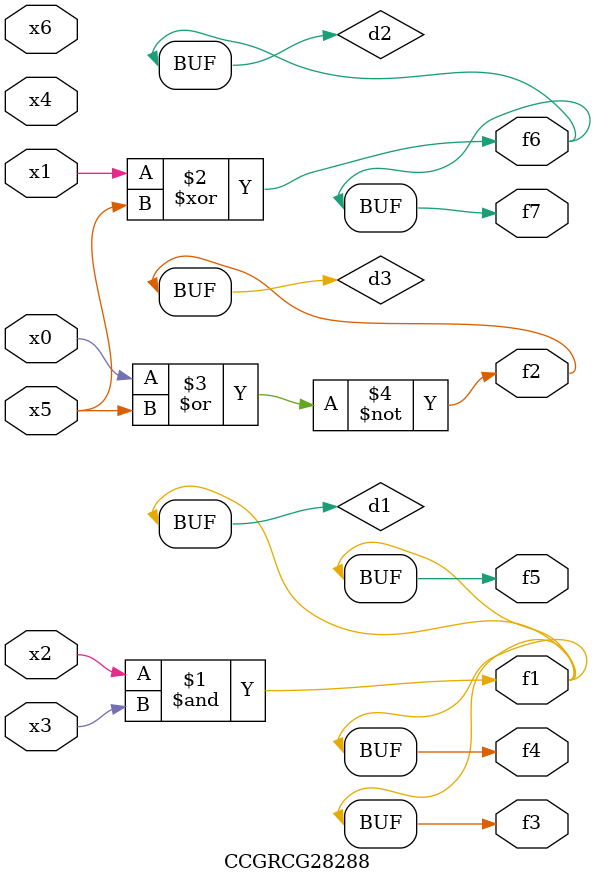
<source format=v>
module CCGRCG28288(
	input x0, x1, x2, x3, x4, x5, x6,
	output f1, f2, f3, f4, f5, f6, f7
);

	wire d1, d2, d3;

	and (d1, x2, x3);
	xor (d2, x1, x5);
	nor (d3, x0, x5);
	assign f1 = d1;
	assign f2 = d3;
	assign f3 = d1;
	assign f4 = d1;
	assign f5 = d1;
	assign f6 = d2;
	assign f7 = d2;
endmodule

</source>
